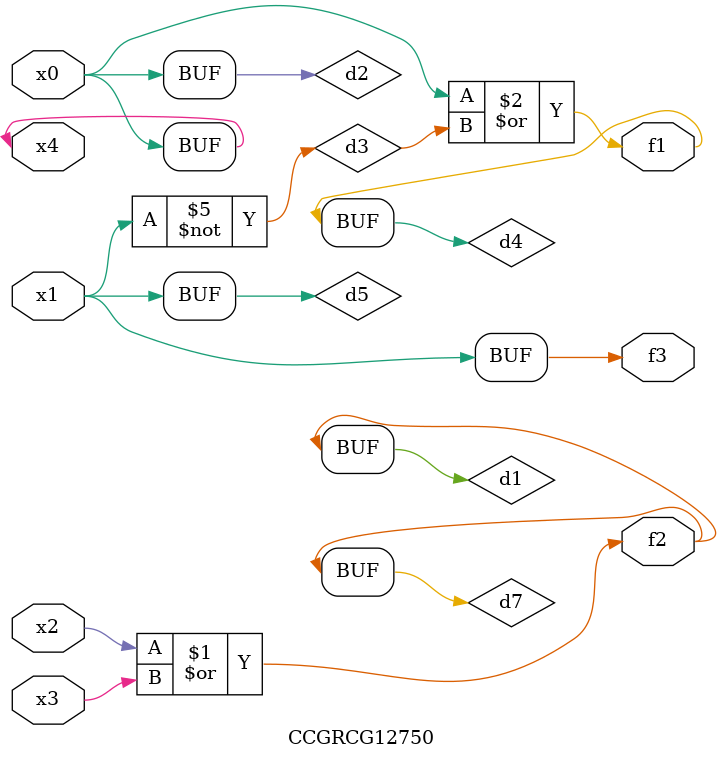
<source format=v>
module CCGRCG12750(
	input x0, x1, x2, x3, x4,
	output f1, f2, f3
);

	wire d1, d2, d3, d4, d5, d6, d7;

	or (d1, x2, x3);
	buf (d2, x0, x4);
	not (d3, x1);
	or (d4, d2, d3);
	not (d5, d3);
	nand (d6, d1, d3);
	or (d7, d1);
	assign f1 = d4;
	assign f2 = d7;
	assign f3 = d5;
endmodule

</source>
